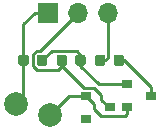
<source format=gbr>
G04 #@! TF.GenerationSoftware,KiCad,Pcbnew,5.1.5-1.fc31*
G04 #@! TF.CreationDate,2020-03-29T10:54:51-05:00*
G04 #@! TF.ProjectId,TK-X90-Programming,544b2d58-3930-42d5-9072-6f6772616d6d,A*
G04 #@! TF.SameCoordinates,Original*
G04 #@! TF.FileFunction,Copper,L1,Top*
G04 #@! TF.FilePolarity,Positive*
%FSLAX46Y46*%
G04 Gerber Fmt 4.6, Leading zero omitted, Abs format (unit mm)*
G04 Created by KiCad (PCBNEW 5.1.5-1.fc31) date 2020-03-29 10:54:51*
%MOMM*%
%LPD*%
G04 APERTURE LIST*
%ADD10C,2.000000*%
%ADD11R,0.900000X0.800000*%
%ADD12O,1.700000X1.700000*%
%ADD13R,1.700000X1.700000*%
%ADD14C,0.100000*%
%ADD15C,0.250000*%
G04 APERTURE END LIST*
D10*
X147750000Y-103900000D03*
X144800000Y-103000000D03*
D11*
X152750000Y-103250000D03*
X150750000Y-104200000D03*
X150750000Y-102300000D03*
D12*
X152580000Y-95250000D03*
X150040000Y-95250000D03*
D13*
X147500000Y-95250000D03*
G04 #@! TA.AperFunction,SMDPad,CuDef*
D14*
G36*
X153777691Y-98776053D02*
G01*
X153798926Y-98779203D01*
X153819750Y-98784419D01*
X153839962Y-98791651D01*
X153859368Y-98800830D01*
X153877781Y-98811866D01*
X153895024Y-98824654D01*
X153910930Y-98839070D01*
X153925346Y-98854976D01*
X153938134Y-98872219D01*
X153949170Y-98890632D01*
X153958349Y-98910038D01*
X153965581Y-98930250D01*
X153970797Y-98951074D01*
X153973947Y-98972309D01*
X153975000Y-98993750D01*
X153975000Y-99506250D01*
X153973947Y-99527691D01*
X153970797Y-99548926D01*
X153965581Y-99569750D01*
X153958349Y-99589962D01*
X153949170Y-99609368D01*
X153938134Y-99627781D01*
X153925346Y-99645024D01*
X153910930Y-99660930D01*
X153895024Y-99675346D01*
X153877781Y-99688134D01*
X153859368Y-99699170D01*
X153839962Y-99708349D01*
X153819750Y-99715581D01*
X153798926Y-99720797D01*
X153777691Y-99723947D01*
X153756250Y-99725000D01*
X153318750Y-99725000D01*
X153297309Y-99723947D01*
X153276074Y-99720797D01*
X153255250Y-99715581D01*
X153235038Y-99708349D01*
X153215632Y-99699170D01*
X153197219Y-99688134D01*
X153179976Y-99675346D01*
X153164070Y-99660930D01*
X153149654Y-99645024D01*
X153136866Y-99627781D01*
X153125830Y-99609368D01*
X153116651Y-99589962D01*
X153109419Y-99569750D01*
X153104203Y-99548926D01*
X153101053Y-99527691D01*
X153100000Y-99506250D01*
X153100000Y-98993750D01*
X153101053Y-98972309D01*
X153104203Y-98951074D01*
X153109419Y-98930250D01*
X153116651Y-98910038D01*
X153125830Y-98890632D01*
X153136866Y-98872219D01*
X153149654Y-98854976D01*
X153164070Y-98839070D01*
X153179976Y-98824654D01*
X153197219Y-98811866D01*
X153215632Y-98800830D01*
X153235038Y-98791651D01*
X153255250Y-98784419D01*
X153276074Y-98779203D01*
X153297309Y-98776053D01*
X153318750Y-98775000D01*
X153756250Y-98775000D01*
X153777691Y-98776053D01*
G37*
G04 #@! TD.AperFunction*
G04 #@! TA.AperFunction,SMDPad,CuDef*
G36*
X152202691Y-98776053D02*
G01*
X152223926Y-98779203D01*
X152244750Y-98784419D01*
X152264962Y-98791651D01*
X152284368Y-98800830D01*
X152302781Y-98811866D01*
X152320024Y-98824654D01*
X152335930Y-98839070D01*
X152350346Y-98854976D01*
X152363134Y-98872219D01*
X152374170Y-98890632D01*
X152383349Y-98910038D01*
X152390581Y-98930250D01*
X152395797Y-98951074D01*
X152398947Y-98972309D01*
X152400000Y-98993750D01*
X152400000Y-99506250D01*
X152398947Y-99527691D01*
X152395797Y-99548926D01*
X152390581Y-99569750D01*
X152383349Y-99589962D01*
X152374170Y-99609368D01*
X152363134Y-99627781D01*
X152350346Y-99645024D01*
X152335930Y-99660930D01*
X152320024Y-99675346D01*
X152302781Y-99688134D01*
X152284368Y-99699170D01*
X152264962Y-99708349D01*
X152244750Y-99715581D01*
X152223926Y-99720797D01*
X152202691Y-99723947D01*
X152181250Y-99725000D01*
X151743750Y-99725000D01*
X151722309Y-99723947D01*
X151701074Y-99720797D01*
X151680250Y-99715581D01*
X151660038Y-99708349D01*
X151640632Y-99699170D01*
X151622219Y-99688134D01*
X151604976Y-99675346D01*
X151589070Y-99660930D01*
X151574654Y-99645024D01*
X151561866Y-99627781D01*
X151550830Y-99609368D01*
X151541651Y-99589962D01*
X151534419Y-99569750D01*
X151529203Y-99548926D01*
X151526053Y-99527691D01*
X151525000Y-99506250D01*
X151525000Y-98993750D01*
X151526053Y-98972309D01*
X151529203Y-98951074D01*
X151534419Y-98930250D01*
X151541651Y-98910038D01*
X151550830Y-98890632D01*
X151561866Y-98872219D01*
X151574654Y-98854976D01*
X151589070Y-98839070D01*
X151604976Y-98824654D01*
X151622219Y-98811866D01*
X151640632Y-98800830D01*
X151660038Y-98791651D01*
X151680250Y-98784419D01*
X151701074Y-98779203D01*
X151722309Y-98776053D01*
X151743750Y-98775000D01*
X152181250Y-98775000D01*
X152202691Y-98776053D01*
G37*
G04 #@! TD.AperFunction*
G04 #@! TA.AperFunction,SMDPad,CuDef*
G36*
X150527691Y-98776053D02*
G01*
X150548926Y-98779203D01*
X150569750Y-98784419D01*
X150589962Y-98791651D01*
X150609368Y-98800830D01*
X150627781Y-98811866D01*
X150645024Y-98824654D01*
X150660930Y-98839070D01*
X150675346Y-98854976D01*
X150688134Y-98872219D01*
X150699170Y-98890632D01*
X150708349Y-98910038D01*
X150715581Y-98930250D01*
X150720797Y-98951074D01*
X150723947Y-98972309D01*
X150725000Y-98993750D01*
X150725000Y-99506250D01*
X150723947Y-99527691D01*
X150720797Y-99548926D01*
X150715581Y-99569750D01*
X150708349Y-99589962D01*
X150699170Y-99609368D01*
X150688134Y-99627781D01*
X150675346Y-99645024D01*
X150660930Y-99660930D01*
X150645024Y-99675346D01*
X150627781Y-99688134D01*
X150609368Y-99699170D01*
X150589962Y-99708349D01*
X150569750Y-99715581D01*
X150548926Y-99720797D01*
X150527691Y-99723947D01*
X150506250Y-99725000D01*
X150068750Y-99725000D01*
X150047309Y-99723947D01*
X150026074Y-99720797D01*
X150005250Y-99715581D01*
X149985038Y-99708349D01*
X149965632Y-99699170D01*
X149947219Y-99688134D01*
X149929976Y-99675346D01*
X149914070Y-99660930D01*
X149899654Y-99645024D01*
X149886866Y-99627781D01*
X149875830Y-99609368D01*
X149866651Y-99589962D01*
X149859419Y-99569750D01*
X149854203Y-99548926D01*
X149851053Y-99527691D01*
X149850000Y-99506250D01*
X149850000Y-98993750D01*
X149851053Y-98972309D01*
X149854203Y-98951074D01*
X149859419Y-98930250D01*
X149866651Y-98910038D01*
X149875830Y-98890632D01*
X149886866Y-98872219D01*
X149899654Y-98854976D01*
X149914070Y-98839070D01*
X149929976Y-98824654D01*
X149947219Y-98811866D01*
X149965632Y-98800830D01*
X149985038Y-98791651D01*
X150005250Y-98784419D01*
X150026074Y-98779203D01*
X150047309Y-98776053D01*
X150068750Y-98775000D01*
X150506250Y-98775000D01*
X150527691Y-98776053D01*
G37*
G04 #@! TD.AperFunction*
G04 #@! TA.AperFunction,SMDPad,CuDef*
G36*
X148952691Y-98776053D02*
G01*
X148973926Y-98779203D01*
X148994750Y-98784419D01*
X149014962Y-98791651D01*
X149034368Y-98800830D01*
X149052781Y-98811866D01*
X149070024Y-98824654D01*
X149085930Y-98839070D01*
X149100346Y-98854976D01*
X149113134Y-98872219D01*
X149124170Y-98890632D01*
X149133349Y-98910038D01*
X149140581Y-98930250D01*
X149145797Y-98951074D01*
X149148947Y-98972309D01*
X149150000Y-98993750D01*
X149150000Y-99506250D01*
X149148947Y-99527691D01*
X149145797Y-99548926D01*
X149140581Y-99569750D01*
X149133349Y-99589962D01*
X149124170Y-99609368D01*
X149113134Y-99627781D01*
X149100346Y-99645024D01*
X149085930Y-99660930D01*
X149070024Y-99675346D01*
X149052781Y-99688134D01*
X149034368Y-99699170D01*
X149014962Y-99708349D01*
X148994750Y-99715581D01*
X148973926Y-99720797D01*
X148952691Y-99723947D01*
X148931250Y-99725000D01*
X148493750Y-99725000D01*
X148472309Y-99723947D01*
X148451074Y-99720797D01*
X148430250Y-99715581D01*
X148410038Y-99708349D01*
X148390632Y-99699170D01*
X148372219Y-99688134D01*
X148354976Y-99675346D01*
X148339070Y-99660930D01*
X148324654Y-99645024D01*
X148311866Y-99627781D01*
X148300830Y-99609368D01*
X148291651Y-99589962D01*
X148284419Y-99569750D01*
X148279203Y-99548926D01*
X148276053Y-99527691D01*
X148275000Y-99506250D01*
X148275000Y-98993750D01*
X148276053Y-98972309D01*
X148279203Y-98951074D01*
X148284419Y-98930250D01*
X148291651Y-98910038D01*
X148300830Y-98890632D01*
X148311866Y-98872219D01*
X148324654Y-98854976D01*
X148339070Y-98839070D01*
X148354976Y-98824654D01*
X148372219Y-98811866D01*
X148390632Y-98800830D01*
X148410038Y-98791651D01*
X148430250Y-98784419D01*
X148451074Y-98779203D01*
X148472309Y-98776053D01*
X148493750Y-98775000D01*
X148931250Y-98775000D01*
X148952691Y-98776053D01*
G37*
G04 #@! TD.AperFunction*
G04 #@! TA.AperFunction,SMDPad,CuDef*
G36*
X145702691Y-98776053D02*
G01*
X145723926Y-98779203D01*
X145744750Y-98784419D01*
X145764962Y-98791651D01*
X145784368Y-98800830D01*
X145802781Y-98811866D01*
X145820024Y-98824654D01*
X145835930Y-98839070D01*
X145850346Y-98854976D01*
X145863134Y-98872219D01*
X145874170Y-98890632D01*
X145883349Y-98910038D01*
X145890581Y-98930250D01*
X145895797Y-98951074D01*
X145898947Y-98972309D01*
X145900000Y-98993750D01*
X145900000Y-99506250D01*
X145898947Y-99527691D01*
X145895797Y-99548926D01*
X145890581Y-99569750D01*
X145883349Y-99589962D01*
X145874170Y-99609368D01*
X145863134Y-99627781D01*
X145850346Y-99645024D01*
X145835930Y-99660930D01*
X145820024Y-99675346D01*
X145802781Y-99688134D01*
X145784368Y-99699170D01*
X145764962Y-99708349D01*
X145744750Y-99715581D01*
X145723926Y-99720797D01*
X145702691Y-99723947D01*
X145681250Y-99725000D01*
X145243750Y-99725000D01*
X145222309Y-99723947D01*
X145201074Y-99720797D01*
X145180250Y-99715581D01*
X145160038Y-99708349D01*
X145140632Y-99699170D01*
X145122219Y-99688134D01*
X145104976Y-99675346D01*
X145089070Y-99660930D01*
X145074654Y-99645024D01*
X145061866Y-99627781D01*
X145050830Y-99609368D01*
X145041651Y-99589962D01*
X145034419Y-99569750D01*
X145029203Y-99548926D01*
X145026053Y-99527691D01*
X145025000Y-99506250D01*
X145025000Y-98993750D01*
X145026053Y-98972309D01*
X145029203Y-98951074D01*
X145034419Y-98930250D01*
X145041651Y-98910038D01*
X145050830Y-98890632D01*
X145061866Y-98872219D01*
X145074654Y-98854976D01*
X145089070Y-98839070D01*
X145104976Y-98824654D01*
X145122219Y-98811866D01*
X145140632Y-98800830D01*
X145160038Y-98791651D01*
X145180250Y-98784419D01*
X145201074Y-98779203D01*
X145222309Y-98776053D01*
X145243750Y-98775000D01*
X145681250Y-98775000D01*
X145702691Y-98776053D01*
G37*
G04 #@! TD.AperFunction*
G04 #@! TA.AperFunction,SMDPad,CuDef*
G36*
X147277691Y-98776053D02*
G01*
X147298926Y-98779203D01*
X147319750Y-98784419D01*
X147339962Y-98791651D01*
X147359368Y-98800830D01*
X147377781Y-98811866D01*
X147395024Y-98824654D01*
X147410930Y-98839070D01*
X147425346Y-98854976D01*
X147438134Y-98872219D01*
X147449170Y-98890632D01*
X147458349Y-98910038D01*
X147465581Y-98930250D01*
X147470797Y-98951074D01*
X147473947Y-98972309D01*
X147475000Y-98993750D01*
X147475000Y-99506250D01*
X147473947Y-99527691D01*
X147470797Y-99548926D01*
X147465581Y-99569750D01*
X147458349Y-99589962D01*
X147449170Y-99609368D01*
X147438134Y-99627781D01*
X147425346Y-99645024D01*
X147410930Y-99660930D01*
X147395024Y-99675346D01*
X147377781Y-99688134D01*
X147359368Y-99699170D01*
X147339962Y-99708349D01*
X147319750Y-99715581D01*
X147298926Y-99720797D01*
X147277691Y-99723947D01*
X147256250Y-99725000D01*
X146818750Y-99725000D01*
X146797309Y-99723947D01*
X146776074Y-99720797D01*
X146755250Y-99715581D01*
X146735038Y-99708349D01*
X146715632Y-99699170D01*
X146697219Y-99688134D01*
X146679976Y-99675346D01*
X146664070Y-99660930D01*
X146649654Y-99645024D01*
X146636866Y-99627781D01*
X146625830Y-99609368D01*
X146616651Y-99589962D01*
X146609419Y-99569750D01*
X146604203Y-99548926D01*
X146601053Y-99527691D01*
X146600000Y-99506250D01*
X146600000Y-98993750D01*
X146601053Y-98972309D01*
X146604203Y-98951074D01*
X146609419Y-98930250D01*
X146616651Y-98910038D01*
X146625830Y-98890632D01*
X146636866Y-98872219D01*
X146649654Y-98854976D01*
X146664070Y-98839070D01*
X146679976Y-98824654D01*
X146697219Y-98811866D01*
X146715632Y-98800830D01*
X146735038Y-98791651D01*
X146755250Y-98784419D01*
X146776074Y-98779203D01*
X146797309Y-98776053D01*
X146818750Y-98775000D01*
X147256250Y-98775000D01*
X147277691Y-98776053D01*
G37*
G04 #@! TD.AperFunction*
D11*
X156250000Y-102250000D03*
X154250000Y-103200000D03*
X154250000Y-101300000D03*
D15*
X149350000Y-102300000D02*
X150750000Y-102300000D01*
X147750000Y-103900000D02*
X149350000Y-102300000D01*
X154250000Y-103850000D02*
X154100000Y-104000000D01*
X154250000Y-103200000D02*
X154250000Y-103850000D01*
X151450000Y-102950000D02*
X150800000Y-102300000D01*
X151450000Y-103385002D02*
X151450000Y-102950000D01*
X152064998Y-104000000D02*
X151450000Y-103385002D01*
X150800000Y-102300000D02*
X150750000Y-102300000D01*
X154100000Y-104000000D02*
X152064998Y-104000000D01*
X150562499Y-101574999D02*
X148712500Y-99725000D01*
X151460001Y-101574999D02*
X150562499Y-101574999D01*
X152050000Y-102164998D02*
X151460001Y-101574999D01*
X152050000Y-102600000D02*
X152050000Y-102164998D01*
X152700000Y-103250000D02*
X152050000Y-102600000D01*
X152750000Y-103250000D02*
X152700000Y-103250000D01*
X148712500Y-99725000D02*
X148712500Y-99250000D01*
X146593516Y-100050010D02*
X148387490Y-100050010D01*
X146840010Y-98449990D02*
X146593516Y-98449990D01*
X148387490Y-100050010D02*
X148712500Y-99725000D01*
X146593516Y-98449990D02*
X146274990Y-98768516D01*
X146274990Y-98768516D02*
X146274990Y-99731484D01*
X150040000Y-95250000D02*
X146840010Y-98449990D01*
X146274990Y-99731484D02*
X146593516Y-100050010D01*
X145462500Y-102337500D02*
X144800000Y-103000000D01*
X145462500Y-99250000D02*
X145462500Y-102337500D01*
X145462500Y-98775000D02*
X145462500Y-99250000D01*
X146400000Y-95250000D02*
X145462500Y-96187500D01*
X147500000Y-95250000D02*
X146400000Y-95250000D01*
X145462500Y-96187500D02*
X145462500Y-98775000D01*
X152400000Y-99250000D02*
X151962500Y-99250000D01*
X152580000Y-99070000D02*
X152400000Y-99250000D01*
X152580000Y-95250000D02*
X152580000Y-99070000D01*
X156250000Y-101600000D02*
X156250000Y-102250000D01*
X156250000Y-101525000D02*
X156250000Y-101600000D01*
X153975000Y-99250000D02*
X156250000Y-101525000D01*
X153537500Y-99250000D02*
X153975000Y-99250000D01*
X150287500Y-99725000D02*
X150287500Y-99250000D01*
X151862500Y-101300000D02*
X150287500Y-99725000D01*
X154250000Y-101300000D02*
X151862500Y-101300000D01*
X149962490Y-98449990D02*
X147837510Y-98449990D01*
X150287500Y-99250000D02*
X150287500Y-98775000D01*
X150287500Y-98775000D02*
X149962490Y-98449990D01*
X147837510Y-98449990D02*
X147037500Y-99250000D01*
M02*

</source>
